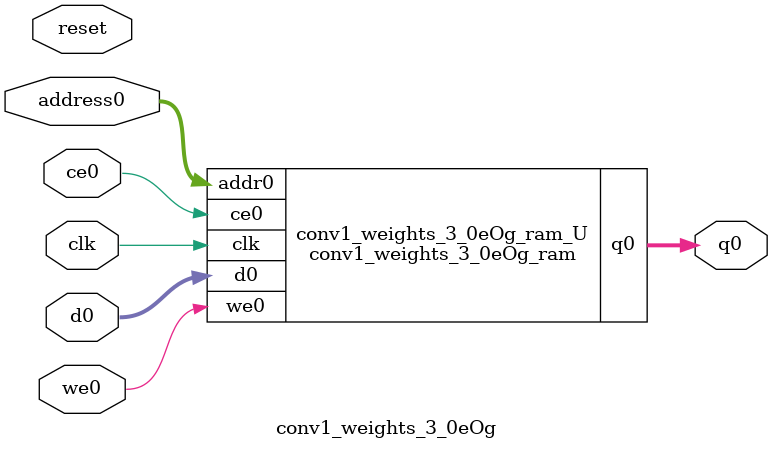
<source format=v>

`timescale 1 ns / 1 ps
module conv1_weights_3_0eOg_ram (addr0, ce0, d0, we0, q0,  clk);

parameter DWIDTH = 32;
parameter AWIDTH = 9;
parameter MEM_SIZE = 400;

input[AWIDTH-1:0] addr0;
input ce0;
input[DWIDTH-1:0] d0;
input we0;
output reg[DWIDTH-1:0] q0;
input clk;

(* ram_style = "block" *)reg [DWIDTH-1:0] ram[0:MEM_SIZE-1];




always @(posedge clk)  
begin 
    if (ce0) 
    begin
        if (we0) 
        begin 
            ram[addr0] <= d0; 
            q0 <= d0;
        end 
        else 
            q0 <= ram[addr0];
    end
end


endmodule


`timescale 1 ns / 1 ps
module conv1_weights_3_0eOg(
    reset,
    clk,
    address0,
    ce0,
    we0,
    d0,
    q0);

parameter DataWidth = 32'd32;
parameter AddressRange = 32'd400;
parameter AddressWidth = 32'd9;
input reset;
input clk;
input[AddressWidth - 1:0] address0;
input ce0;
input we0;
input[DataWidth - 1:0] d0;
output[DataWidth - 1:0] q0;



conv1_weights_3_0eOg_ram conv1_weights_3_0eOg_ram_U(
    .clk( clk ),
    .addr0( address0 ),
    .ce0( ce0 ),
    .we0( we0 ),
    .d0( d0 ),
    .q0( q0 ));

endmodule


</source>
